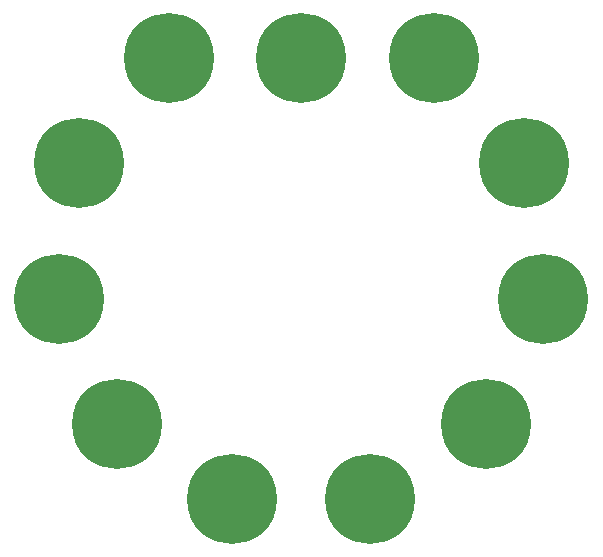
<source format=gbr>
G04 EAGLE Gerber RS-274X export*
G75*
%MOMM*%
%FSLAX34Y34*%
%LPD*%
%INSolderpaste Top*%
%IPPOS*%
%AMOC8*
5,1,8,0,0,1.08239X$1,22.5*%
G01*
%ADD10C,7.620000*%


D10*
X188303Y85995D03*
X111918Y174148D03*
X0Y174148D03*
X-111918Y174148D03*
X-156448Y-135563D03*
X-58321Y-198625D03*
X58321Y-198625D03*
X156448Y-135563D03*
X204903Y-29461D03*
X-204903Y-29461D03*
X-188303Y85995D03*
M02*

</source>
